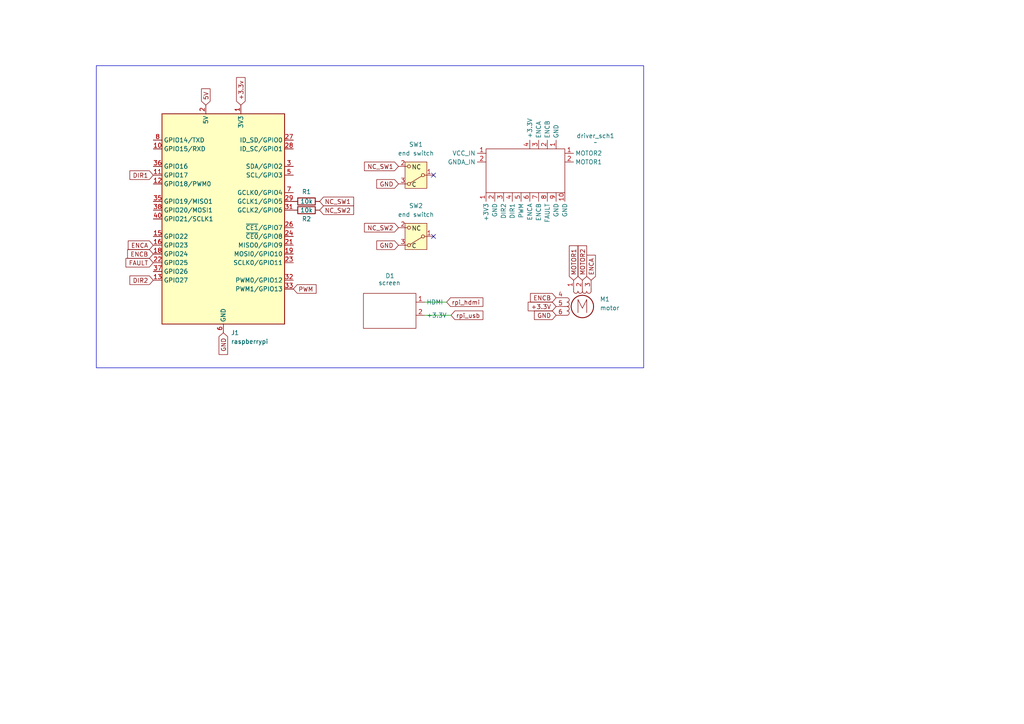
<source format=kicad_sch>
(kicad_sch
	(version 20231120)
	(generator "eeschema")
	(generator_version "8.0")
	(uuid "6e3b3e9a-3b21-44e9-a7c7-f8164ddfa72d")
	(paper "A4")
	(lib_symbols
		(symbol "Connector:Raspberry_Pi_2_3"
			(exclude_from_sim no)
			(in_bom yes)
			(on_board yes)
			(property "Reference" "J"
				(at -17.78 31.75 0)
				(effects
					(font
						(size 1.27 1.27)
					)
					(justify left bottom)
				)
			)
			(property "Value" "Raspberry_Pi_2_3"
				(at 10.16 -31.75 0)
				(effects
					(font
						(size 1.27 1.27)
					)
					(justify left top)
				)
			)
			(property "Footprint" ""
				(at 0 0 0)
				(effects
					(font
						(size 1.27 1.27)
					)
					(hide yes)
				)
			)
			(property "Datasheet" "https://www.raspberrypi.org/documentation/hardware/raspberrypi/schematics/rpi_SCH_3bplus_1p0_reduced.pdf"
				(at 60.96 -44.45 0)
				(effects
					(font
						(size 1.27 1.27)
					)
					(hide yes)
				)
			)
			(property "Description" "expansion header for Raspberry Pi 2 & 3"
				(at 0 0 0)
				(effects
					(font
						(size 1.27 1.27)
					)
					(hide yes)
				)
			)
			(property "ki_keywords" "raspberrypi gpio"
				(at 0 0 0)
				(effects
					(font
						(size 1.27 1.27)
					)
					(hide yes)
				)
			)
			(property "ki_fp_filters" "PinHeader*2x20*P2.54mm*Vertical* PinSocket*2x20*P2.54mm*Vertical*"
				(at 0 0 0)
				(effects
					(font
						(size 1.27 1.27)
					)
					(hide yes)
				)
			)
			(symbol "Raspberry_Pi_2_3_0_1"
				(rectangle
					(start -17.78 30.48)
					(end 17.78 -30.48)
					(stroke
						(width 0.254)
						(type default)
					)
					(fill
						(type background)
					)
				)
			)
			(symbol "Raspberry_Pi_2_3_1_1"
				(pin power_in line
					(at 5.08 33.02 270)
					(length 2.54)
					(name "3V3"
						(effects
							(font
								(size 1.27 1.27)
							)
						)
					)
					(number "1"
						(effects
							(font
								(size 1.27 1.27)
							)
						)
					)
				)
				(pin bidirectional line
					(at -20.32 20.32 0)
					(length 2.54)
					(name "GPIO15/RXD"
						(effects
							(font
								(size 1.27 1.27)
							)
						)
					)
					(number "10"
						(effects
							(font
								(size 1.27 1.27)
							)
						)
					)
				)
				(pin bidirectional line
					(at -20.32 12.7 0)
					(length 2.54)
					(name "GPIO17"
						(effects
							(font
								(size 1.27 1.27)
							)
						)
					)
					(number "11"
						(effects
							(font
								(size 1.27 1.27)
							)
						)
					)
				)
				(pin bidirectional line
					(at -20.32 10.16 0)
					(length 2.54)
					(name "GPIO18/PWM0"
						(effects
							(font
								(size 1.27 1.27)
							)
						)
					)
					(number "12"
						(effects
							(font
								(size 1.27 1.27)
							)
						)
					)
				)
				(pin bidirectional line
					(at -20.32 -17.78 0)
					(length 2.54)
					(name "GPIO27"
						(effects
							(font
								(size 1.27 1.27)
							)
						)
					)
					(number "13"
						(effects
							(font
								(size 1.27 1.27)
							)
						)
					)
				)
				(pin passive line
					(at 0 -33.02 90)
					(length 2.54) hide
					(name "GND"
						(effects
							(font
								(size 1.27 1.27)
							)
						)
					)
					(number "14"
						(effects
							(font
								(size 1.27 1.27)
							)
						)
					)
				)
				(pin bidirectional line
					(at -20.32 -5.08 0)
					(length 2.54)
					(name "GPIO22"
						(effects
							(font
								(size 1.27 1.27)
							)
						)
					)
					(number "15"
						(effects
							(font
								(size 1.27 1.27)
							)
						)
					)
				)
				(pin bidirectional line
					(at -20.32 -7.62 0)
					(length 2.54)
					(name "GPIO23"
						(effects
							(font
								(size 1.27 1.27)
							)
						)
					)
					(number "16"
						(effects
							(font
								(size 1.27 1.27)
							)
						)
					)
				)
				(pin passive line
					(at 5.08 33.02 270)
					(length 2.54) hide
					(name "3V3"
						(effects
							(font
								(size 1.27 1.27)
							)
						)
					)
					(number "17"
						(effects
							(font
								(size 1.27 1.27)
							)
						)
					)
				)
				(pin bidirectional line
					(at -20.32 -10.16 0)
					(length 2.54)
					(name "GPIO24"
						(effects
							(font
								(size 1.27 1.27)
							)
						)
					)
					(number "18"
						(effects
							(font
								(size 1.27 1.27)
							)
						)
					)
				)
				(pin bidirectional line
					(at 20.32 -10.16 180)
					(length 2.54)
					(name "MOSI0/GPIO10"
						(effects
							(font
								(size 1.27 1.27)
							)
						)
					)
					(number "19"
						(effects
							(font
								(size 1.27 1.27)
							)
						)
					)
				)
				(pin power_in line
					(at -5.08 33.02 270)
					(length 2.54)
					(name "5V"
						(effects
							(font
								(size 1.27 1.27)
							)
						)
					)
					(number "2"
						(effects
							(font
								(size 1.27 1.27)
							)
						)
					)
				)
				(pin passive line
					(at 0 -33.02 90)
					(length 2.54) hide
					(name "GND"
						(effects
							(font
								(size 1.27 1.27)
							)
						)
					)
					(number "20"
						(effects
							(font
								(size 1.27 1.27)
							)
						)
					)
				)
				(pin bidirectional line
					(at 20.32 -7.62 180)
					(length 2.54)
					(name "MISO0/GPIO9"
						(effects
							(font
								(size 1.27 1.27)
							)
						)
					)
					(number "21"
						(effects
							(font
								(size 1.27 1.27)
							)
						)
					)
				)
				(pin bidirectional line
					(at -20.32 -12.7 0)
					(length 2.54)
					(name "GPIO25"
						(effects
							(font
								(size 1.27 1.27)
							)
						)
					)
					(number "22"
						(effects
							(font
								(size 1.27 1.27)
							)
						)
					)
				)
				(pin bidirectional line
					(at 20.32 -12.7 180)
					(length 2.54)
					(name "SCLK0/GPIO11"
						(effects
							(font
								(size 1.27 1.27)
							)
						)
					)
					(number "23"
						(effects
							(font
								(size 1.27 1.27)
							)
						)
					)
				)
				(pin bidirectional line
					(at 20.32 -5.08 180)
					(length 2.54)
					(name "~{CE0}/GPIO8"
						(effects
							(font
								(size 1.27 1.27)
							)
						)
					)
					(number "24"
						(effects
							(font
								(size 1.27 1.27)
							)
						)
					)
				)
				(pin passive line
					(at 0 -33.02 90)
					(length 2.54) hide
					(name "GND"
						(effects
							(font
								(size 1.27 1.27)
							)
						)
					)
					(number "25"
						(effects
							(font
								(size 1.27 1.27)
							)
						)
					)
				)
				(pin bidirectional line
					(at 20.32 -2.54 180)
					(length 2.54)
					(name "~{CE1}/GPIO7"
						(effects
							(font
								(size 1.27 1.27)
							)
						)
					)
					(number "26"
						(effects
							(font
								(size 1.27 1.27)
							)
						)
					)
				)
				(pin bidirectional line
					(at 20.32 22.86 180)
					(length 2.54)
					(name "ID_SD/GPIO0"
						(effects
							(font
								(size 1.27 1.27)
							)
						)
					)
					(number "27"
						(effects
							(font
								(size 1.27 1.27)
							)
						)
					)
				)
				(pin bidirectional line
					(at 20.32 20.32 180)
					(length 2.54)
					(name "ID_SC/GPIO1"
						(effects
							(font
								(size 1.27 1.27)
							)
						)
					)
					(number "28"
						(effects
							(font
								(size 1.27 1.27)
							)
						)
					)
				)
				(pin bidirectional line
					(at 20.32 5.08 180)
					(length 2.54)
					(name "GCLK1/GPIO5"
						(effects
							(font
								(size 1.27 1.27)
							)
						)
					)
					(number "29"
						(effects
							(font
								(size 1.27 1.27)
							)
						)
					)
				)
				(pin bidirectional line
					(at 20.32 15.24 180)
					(length 2.54)
					(name "SDA/GPIO2"
						(effects
							(font
								(size 1.27 1.27)
							)
						)
					)
					(number "3"
						(effects
							(font
								(size 1.27 1.27)
							)
						)
					)
				)
				(pin passive line
					(at 0 -33.02 90)
					(length 2.54) hide
					(name "GND"
						(effects
							(font
								(size 1.27 1.27)
							)
						)
					)
					(number "30"
						(effects
							(font
								(size 1.27 1.27)
							)
						)
					)
				)
				(pin bidirectional line
					(at 20.32 2.54 180)
					(length 2.54)
					(name "GCLK2/GPIO6"
						(effects
							(font
								(size 1.27 1.27)
							)
						)
					)
					(number "31"
						(effects
							(font
								(size 1.27 1.27)
							)
						)
					)
				)
				(pin bidirectional line
					(at 20.32 -17.78 180)
					(length 2.54)
					(name "PWM0/GPIO12"
						(effects
							(font
								(size 1.27 1.27)
							)
						)
					)
					(number "32"
						(effects
							(font
								(size 1.27 1.27)
							)
						)
					)
				)
				(pin bidirectional line
					(at 20.32 -20.32 180)
					(length 2.54)
					(name "PWM1/GPIO13"
						(effects
							(font
								(size 1.27 1.27)
							)
						)
					)
					(number "33"
						(effects
							(font
								(size 1.27 1.27)
							)
						)
					)
				)
				(pin passive line
					(at 0 -33.02 90)
					(length 2.54) hide
					(name "GND"
						(effects
							(font
								(size 1.27 1.27)
							)
						)
					)
					(number "34"
						(effects
							(font
								(size 1.27 1.27)
							)
						)
					)
				)
				(pin bidirectional line
					(at -20.32 5.08 0)
					(length 2.54)
					(name "GPIO19/MISO1"
						(effects
							(font
								(size 1.27 1.27)
							)
						)
					)
					(number "35"
						(effects
							(font
								(size 1.27 1.27)
							)
						)
					)
				)
				(pin bidirectional line
					(at -20.32 15.24 0)
					(length 2.54)
					(name "GPIO16"
						(effects
							(font
								(size 1.27 1.27)
							)
						)
					)
					(number "36"
						(effects
							(font
								(size 1.27 1.27)
							)
						)
					)
				)
				(pin bidirectional line
					(at -20.32 -15.24 0)
					(length 2.54)
					(name "GPIO26"
						(effects
							(font
								(size 1.27 1.27)
							)
						)
					)
					(number "37"
						(effects
							(font
								(size 1.27 1.27)
							)
						)
					)
				)
				(pin bidirectional line
					(at -20.32 2.54 0)
					(length 2.54)
					(name "GPIO20/MOSI1"
						(effects
							(font
								(size 1.27 1.27)
							)
						)
					)
					(number "38"
						(effects
							(font
								(size 1.27 1.27)
							)
						)
					)
				)
				(pin passive line
					(at 0 -33.02 90)
					(length 2.54) hide
					(name "GND"
						(effects
							(font
								(size 1.27 1.27)
							)
						)
					)
					(number "39"
						(effects
							(font
								(size 1.27 1.27)
							)
						)
					)
				)
				(pin passive line
					(at -5.08 33.02 270)
					(length 2.54) hide
					(name "5V"
						(effects
							(font
								(size 1.27 1.27)
							)
						)
					)
					(number "4"
						(effects
							(font
								(size 1.27 1.27)
							)
						)
					)
				)
				(pin bidirectional line
					(at -20.32 0 0)
					(length 2.54)
					(name "GPIO21/SCLK1"
						(effects
							(font
								(size 1.27 1.27)
							)
						)
					)
					(number "40"
						(effects
							(font
								(size 1.27 1.27)
							)
						)
					)
				)
				(pin bidirectional line
					(at 20.32 12.7 180)
					(length 2.54)
					(name "SCL/GPIO3"
						(effects
							(font
								(size 1.27 1.27)
							)
						)
					)
					(number "5"
						(effects
							(font
								(size 1.27 1.27)
							)
						)
					)
				)
				(pin power_in line
					(at 0 -33.02 90)
					(length 2.54)
					(name "GND"
						(effects
							(font
								(size 1.27 1.27)
							)
						)
					)
					(number "6"
						(effects
							(font
								(size 1.27 1.27)
							)
						)
					)
				)
				(pin bidirectional line
					(at 20.32 7.62 180)
					(length 2.54)
					(name "GCLK0/GPIO4"
						(effects
							(font
								(size 1.27 1.27)
							)
						)
					)
					(number "7"
						(effects
							(font
								(size 1.27 1.27)
							)
						)
					)
				)
				(pin bidirectional line
					(at -20.32 22.86 0)
					(length 2.54)
					(name "GPIO14/TXD"
						(effects
							(font
								(size 1.27 1.27)
							)
						)
					)
					(number "8"
						(effects
							(font
								(size 1.27 1.27)
							)
						)
					)
				)
				(pin passive line
					(at 0 -33.02 90)
					(length 2.54) hide
					(name "GND"
						(effects
							(font
								(size 1.27 1.27)
							)
						)
					)
					(number "9"
						(effects
							(font
								(size 1.27 1.27)
							)
						)
					)
				)
			)
		)
		(symbol "Device:R"
			(pin_numbers hide)
			(pin_names
				(offset 0)
			)
			(exclude_from_sim no)
			(in_bom yes)
			(on_board yes)
			(property "Reference" "R"
				(at 2.032 0 90)
				(effects
					(font
						(size 1.27 1.27)
					)
				)
			)
			(property "Value" "R"
				(at 0 0 90)
				(effects
					(font
						(size 1.27 1.27)
					)
				)
			)
			(property "Footprint" ""
				(at -1.778 0 90)
				(effects
					(font
						(size 1.27 1.27)
					)
					(hide yes)
				)
			)
			(property "Datasheet" "~"
				(at 0 0 0)
				(effects
					(font
						(size 1.27 1.27)
					)
					(hide yes)
				)
			)
			(property "Description" "Resistor"
				(at 0 0 0)
				(effects
					(font
						(size 1.27 1.27)
					)
					(hide yes)
				)
			)
			(property "ki_keywords" "R res resistor"
				(at 0 0 0)
				(effects
					(font
						(size 1.27 1.27)
					)
					(hide yes)
				)
			)
			(property "ki_fp_filters" "R_*"
				(at 0 0 0)
				(effects
					(font
						(size 1.27 1.27)
					)
					(hide yes)
				)
			)
			(symbol "R_0_1"
				(rectangle
					(start -1.016 -2.54)
					(end 1.016 2.54)
					(stroke
						(width 0.254)
						(type default)
					)
					(fill
						(type none)
					)
				)
			)
			(symbol "R_1_1"
				(pin passive line
					(at 0 3.81 270)
					(length 1.27)
					(name "~"
						(effects
							(font
								(size 1.27 1.27)
							)
						)
					)
					(number "1"
						(effects
							(font
								(size 1.27 1.27)
							)
						)
					)
				)
				(pin passive line
					(at 0 -3.81 90)
					(length 1.27)
					(name "~"
						(effects
							(font
								(size 1.27 1.27)
							)
						)
					)
					(number "2"
						(effects
							(font
								(size 1.27 1.27)
							)
						)
					)
				)
			)
		)
		(symbol "Motor:Stepper_Motor_unipolar_6pin"
			(pin_names
				(offset 0) hide)
			(exclude_from_sim no)
			(in_bom yes)
			(on_board yes)
			(property "Reference" "M"
				(at 3.81 2.54 0)
				(effects
					(font
						(size 1.27 1.27)
					)
					(justify left)
				)
			)
			(property "Value" "Stepper_Motor_unipolar_6pin"
				(at 3.81 1.27 0)
				(effects
					(font
						(size 1.27 1.27)
					)
					(justify left top)
				)
			)
			(property "Footprint" ""
				(at 0.254 -0.254 0)
				(effects
					(font
						(size 1.27 1.27)
					)
					(hide yes)
				)
			)
			(property "Datasheet" "http://www.infineon.com/dgdl/Application-Note-TLE8110EE_driving_UniPolarStepperMotor_V1.1.pdf?fileId=db3a30431be39b97011be5d0aa0a00b0"
				(at 0.254 -0.254 0)
				(effects
					(font
						(size 1.27 1.27)
					)
					(hide yes)
				)
			)
			(property "Description" "6-wire unipolar stepper motor"
				(at 0 0 0)
				(effects
					(font
						(size 1.27 1.27)
					)
					(hide yes)
				)
			)
			(property "ki_keywords" "unipolar stepper motor"
				(at 0 0 0)
				(effects
					(font
						(size 1.27 1.27)
					)
					(hide yes)
				)
			)
			(property "ki_fp_filters" "PinHeader*P2.54mm* TerminalBlock*"
				(at 0 0 0)
				(effects
					(font
						(size 1.27 1.27)
					)
					(hide yes)
				)
			)
			(symbol "Stepper_Motor_unipolar_6pin_0_0"
				(polyline
					(pts
						(xy -1.27 -1.778) (xy -1.27 2.032) (xy 0 -0.508) (xy 1.27 2.032) (xy 1.27 -1.778)
					)
					(stroke
						(width 0)
						(type default)
					)
					(fill
						(type none)
					)
				)
			)
			(symbol "Stepper_Motor_unipolar_6pin_0_1"
				(arc
					(start -4.445 -2.54)
					(mid -3.8127 -1.905)
					(end -4.445 -1.27)
					(stroke
						(width 0)
						(type default)
					)
					(fill
						(type none)
					)
				)
				(arc
					(start -4.445 -1.27)
					(mid -3.8127 -0.635)
					(end -4.445 0)
					(stroke
						(width 0)
						(type default)
					)
					(fill
						(type none)
					)
				)
				(arc
					(start -4.445 0)
					(mid -3.8127 0.635)
					(end -4.445 1.27)
					(stroke
						(width 0)
						(type default)
					)
					(fill
						(type none)
					)
				)
				(arc
					(start -4.445 1.27)
					(mid -3.8127 1.905)
					(end -4.445 2.54)
					(stroke
						(width 0)
						(type default)
					)
					(fill
						(type none)
					)
				)
				(arc
					(start -2.54 4.445)
					(mid -1.905 3.8127)
					(end -1.27 4.445)
					(stroke
						(width 0)
						(type default)
					)
					(fill
						(type none)
					)
				)
				(arc
					(start -1.27 4.445)
					(mid -0.635 3.8127)
					(end 0 4.445)
					(stroke
						(width 0)
						(type default)
					)
					(fill
						(type none)
					)
				)
				(polyline
					(pts
						(xy -5.08 -2.54) (xy -4.445 -2.54)
					)
					(stroke
						(width 0)
						(type default)
					)
					(fill
						(type none)
					)
				)
				(polyline
					(pts
						(xy -5.08 2.54) (xy -4.445 2.54)
					)
					(stroke
						(width 0)
						(type default)
					)
					(fill
						(type none)
					)
				)
				(polyline
					(pts
						(xy -4.445 0) (xy -5.08 0)
					)
					(stroke
						(width 0)
						(type default)
					)
					(fill
						(type none)
					)
				)
				(polyline
					(pts
						(xy -2.54 4.445) (xy -2.54 5.08)
					)
					(stroke
						(width 0)
						(type default)
					)
					(fill
						(type none)
					)
				)
				(polyline
					(pts
						(xy 0 4.445) (xy 0 5.08)
					)
					(stroke
						(width 0)
						(type default)
					)
					(fill
						(type none)
					)
				)
				(polyline
					(pts
						(xy 2.54 4.445) (xy 2.54 5.08)
					)
					(stroke
						(width 0)
						(type default)
					)
					(fill
						(type none)
					)
				)
				(circle
					(center 0 0)
					(radius 3.2512)
					(stroke
						(width 0.254)
						(type default)
					)
					(fill
						(type none)
					)
				)
				(arc
					(start 0 4.445)
					(mid 0.635 3.8127)
					(end 1.27 4.445)
					(stroke
						(width 0)
						(type default)
					)
					(fill
						(type none)
					)
				)
				(arc
					(start 1.27 4.445)
					(mid 1.905 3.8127)
					(end 2.54 4.445)
					(stroke
						(width 0)
						(type default)
					)
					(fill
						(type none)
					)
				)
			)
			(symbol "Stepper_Motor_unipolar_6pin_1_1"
				(pin passive line
					(at -2.54 7.62 270)
					(length 2.54)
					(name "~"
						(effects
							(font
								(size 1.27 1.27)
							)
						)
					)
					(number "1"
						(effects
							(font
								(size 1.27 1.27)
							)
						)
					)
				)
				(pin passive line
					(at 0 7.62 270)
					(length 2.54)
					(name "~"
						(effects
							(font
								(size 1.27 1.27)
							)
						)
					)
					(number "2"
						(effects
							(font
								(size 1.27 1.27)
							)
						)
					)
				)
				(pin passive line
					(at 2.54 7.62 270)
					(length 2.54)
					(name "-"
						(effects
							(font
								(size 1.27 1.27)
							)
						)
					)
					(number "3"
						(effects
							(font
								(size 1.27 1.27)
							)
						)
					)
				)
				(pin passive line
					(at -7.62 2.54 0)
					(length 2.54)
					(name "~"
						(effects
							(font
								(size 1.27 1.27)
							)
						)
					)
					(number "4"
						(effects
							(font
								(size 1.27 1.27)
							)
						)
					)
				)
				(pin passive line
					(at -7.62 0 0)
					(length 2.54)
					(name "~"
						(effects
							(font
								(size 1.27 1.27)
							)
						)
					)
					(number "5"
						(effects
							(font
								(size 1.27 1.27)
							)
						)
					)
				)
				(pin passive line
					(at -7.62 -2.54 0)
					(length 2.54)
					(name "~"
						(effects
							(font
								(size 1.27 1.27)
							)
						)
					)
					(number "6"
						(effects
							(font
								(size 1.27 1.27)
							)
						)
					)
				)
			)
		)
		(symbol "New_Library:driver_sch"
			(exclude_from_sim no)
			(in_bom yes)
			(on_board yes)
			(property "Reference" "driver_sch"
				(at 0 0 0)
				(effects
					(font
						(size 1.27 1.27)
					)
				)
			)
			(property "Value" ""
				(at 0 0 0)
				(effects
					(font
						(size 1.27 1.27)
					)
				)
			)
			(property "Footprint" ""
				(at 0 0 0)
				(effects
					(font
						(size 1.27 1.27)
					)
					(hide yes)
				)
			)
			(property "Datasheet" ""
				(at 0 0 0)
				(effects
					(font
						(size 1.27 1.27)
					)
					(hide yes)
				)
			)
			(property "Description" ""
				(at 0 0 0)
				(effects
					(font
						(size 1.27 1.27)
					)
					(hide yes)
				)
			)
			(symbol "driver_sch_0_1"
				(rectangle
					(start -6.35 -3.81)
					(end 16.51 -16.51)
					(stroke
						(width 0)
						(type default)
					)
					(fill
						(type none)
					)
				)
			)
			(symbol "driver_sch_1_1"
				(pin input line
					(at -6.35 -16.51 270)
					(length 2.54)
					(name "+3V3"
						(effects
							(font
								(size 1.27 1.27)
							)
						)
					)
					(number "1"
						(effects
							(font
								(size 1.27 1.27)
							)
						)
					)
				)
				(pin input line
					(at 13.97 -3.81 90)
					(length 2.54)
					(name "GND"
						(effects
							(font
								(size 1.27 1.27)
							)
						)
					)
					(number "1"
						(effects
							(font
								(size 1.27 1.27)
							)
						)
					)
				)
				(pin input line
					(at 16.51 -5.08 0)
					(length 2.54)
					(name "MOTOR2"
						(effects
							(font
								(size 1.27 1.27)
							)
						)
					)
					(number "1"
						(effects
							(font
								(size 1.27 1.27)
							)
						)
					)
				)
				(pin input line
					(at -6.35 -5.08 180)
					(length 2.54)
					(name "VCC_IN"
						(effects
							(font
								(size 1.27 1.27)
							)
						)
					)
					(number "1"
						(effects
							(font
								(size 1.27 1.27)
							)
						)
					)
				)
				(pin input line
					(at 16.51 -16.51 270)
					(length 2.54)
					(name "GND"
						(effects
							(font
								(size 1.27 1.27)
							)
						)
					)
					(number "10"
						(effects
							(font
								(size 1.27 1.27)
							)
						)
					)
				)
				(pin input line
					(at 11.43 -3.81 90)
					(length 2.54)
					(name "ENCB"
						(effects
							(font
								(size 1.27 1.27)
							)
						)
					)
					(number "2"
						(effects
							(font
								(size 1.27 1.27)
							)
						)
					)
				)
				(pin input line
					(at -3.81 -16.51 270)
					(length 2.54)
					(name "GND"
						(effects
							(font
								(size 1.27 1.27)
							)
						)
					)
					(number "2"
						(effects
							(font
								(size 1.27 1.27)
							)
						)
					)
				)
				(pin input line
					(at -6.35 -7.62 180)
					(length 2.54)
					(name "GNDA_IN"
						(effects
							(font
								(size 1.27 1.27)
							)
						)
					)
					(number "2"
						(effects
							(font
								(size 1.27 1.27)
							)
						)
					)
				)
				(pin input line
					(at 16.51 -7.62 0)
					(length 2.54)
					(name "MOTOR1"
						(effects
							(font
								(size 1.27 1.27)
							)
						)
					)
					(number "2"
						(effects
							(font
								(size 1.27 1.27)
							)
						)
					)
				)
				(pin input line
					(at -1.27 -16.51 270)
					(length 2.54)
					(name "DIR2"
						(effects
							(font
								(size 1.27 1.27)
							)
						)
					)
					(number "3"
						(effects
							(font
								(size 1.27 1.27)
							)
						)
					)
				)
				(pin input line
					(at 8.89 -3.81 90)
					(length 2.54)
					(name "ENCA"
						(effects
							(font
								(size 1.27 1.27)
							)
						)
					)
					(number "3"
						(effects
							(font
								(size 1.27 1.27)
							)
						)
					)
				)
				(pin input line
					(at 6.35 -3.81 90)
					(length 2.54)
					(name "+3.3V"
						(effects
							(font
								(size 1.27 1.27)
							)
						)
					)
					(number "4"
						(effects
							(font
								(size 1.27 1.27)
							)
						)
					)
				)
				(pin input line
					(at 1.27 -16.51 270)
					(length 2.54)
					(name "DIR1"
						(effects
							(font
								(size 1.27 1.27)
							)
						)
					)
					(number "4"
						(effects
							(font
								(size 1.27 1.27)
							)
						)
					)
				)
				(pin input line
					(at 3.81 -16.51 270)
					(length 2.54)
					(name "PWM"
						(effects
							(font
								(size 1.27 1.27)
							)
						)
					)
					(number "5"
						(effects
							(font
								(size 1.27 1.27)
							)
						)
					)
				)
				(pin input line
					(at 6.35 -16.51 270)
					(length 2.54)
					(name "ENCA"
						(effects
							(font
								(size 1.27 1.27)
							)
						)
					)
					(number "6"
						(effects
							(font
								(size 1.27 1.27)
							)
						)
					)
				)
				(pin input line
					(at 8.89 -16.51 270)
					(length 2.54)
					(name "ENCB"
						(effects
							(font
								(size 1.27 1.27)
							)
						)
					)
					(number "7"
						(effects
							(font
								(size 1.27 1.27)
							)
						)
					)
				)
				(pin input line
					(at 11.43 -16.51 270)
					(length 2.54)
					(name "FAULT"
						(effects
							(font
								(size 1.27 1.27)
							)
						)
					)
					(number "8"
						(effects
							(font
								(size 1.27 1.27)
							)
						)
					)
				)
				(pin input line
					(at 13.97 -16.51 270)
					(length 2.54)
					(name "GND"
						(effects
							(font
								(size 1.27 1.27)
							)
						)
					)
					(number "9"
						(effects
							(font
								(size 1.27 1.27)
							)
						)
					)
				)
			)
		)
		(symbol "New_Library:lcd_screen"
			(exclude_from_sim no)
			(in_bom yes)
			(on_board yes)
			(property "Reference" "D"
				(at 0 0 0)
				(effects
					(font
						(size 1.27 1.27)
					)
				)
			)
			(property "Value" ""
				(at 0 0 0)
				(effects
					(font
						(size 1.27 1.27)
					)
				)
			)
			(property "Footprint" ""
				(at 0 0 0)
				(effects
					(font
						(size 1.27 1.27)
					)
					(hide yes)
				)
			)
			(property "Datasheet" ""
				(at 0 0 0)
				(effects
					(font
						(size 1.27 1.27)
					)
					(hide yes)
				)
			)
			(property "Description" ""
				(at 0 0 0)
				(effects
					(font
						(size 1.27 1.27)
					)
					(hide yes)
				)
			)
			(symbol "lcd_screen_0_1"
				(rectangle
					(start 7.62 -12.7)
					(end -7.62 -2.54)
					(stroke
						(width 0)
						(type default)
					)
					(fill
						(type none)
					)
				)
			)
			(symbol "lcd_screen_1_1"
				(pin input line
					(at 7.62 -5.08 0)
					(length 2.54)
					(name "HDMI"
						(effects
							(font
								(size 1.27 1.27)
							)
						)
					)
					(number "1"
						(effects
							(font
								(size 1.27 1.27)
							)
						)
					)
				)
				(pin input line
					(at 7.62 -8.89 0)
					(length 2.54)
					(name "+3.3V"
						(effects
							(font
								(size 1.27 1.27)
							)
						)
					)
					(number "2"
						(effects
							(font
								(size 1.27 1.27)
							)
						)
					)
				)
			)
		)
		(symbol "Switch:SW_Wuerth_450301014042"
			(pin_names
				(offset 1) hide)
			(exclude_from_sim no)
			(in_bom yes)
			(on_board yes)
			(property "Reference" "SW"
				(at 0 5.08 0)
				(effects
					(font
						(size 1.27 1.27)
					)
				)
			)
			(property "Value" "SW_Wuerth_450301014042"
				(at 0 -5.08 0)
				(effects
					(font
						(size 1.27 1.27)
					)
				)
			)
			(property "Footprint" "Button_Switch_THT:SW_Slide-03_Wuerth-WS-SLTV_10x2.5x6.4_P2.54mm"
				(at 0 -10.16 0)
				(effects
					(font
						(size 1.27 1.27)
					)
					(hide yes)
				)
			)
			(property "Datasheet" "https://www.we-online.com/components/products/datasheet/450301014042.pdf"
				(at 0 -7.62 0)
				(effects
					(font
						(size 1.27 1.27)
					)
					(hide yes)
				)
			)
			(property "Description" "Switch slide, single pole double throw"
				(at 0 0 0)
				(effects
					(font
						(size 1.27 1.27)
					)
					(hide yes)
				)
			)
			(property "ki_keywords" "changeover single-pole opposite-side-connection double-throw spdt ON-ON"
				(at 0 0 0)
				(effects
					(font
						(size 1.27 1.27)
					)
					(hide yes)
				)
			)
			(property "ki_fp_filters" "SW*Wuerth*WS*SLTV*10x2.5x6.4*P2.54mm*"
				(at 0 0 0)
				(effects
					(font
						(size 1.27 1.27)
					)
					(hide yes)
				)
			)
			(symbol "SW_Wuerth_450301014042_0_1"
				(circle
					(center -2.032 0)
					(radius 0.4572)
					(stroke
						(width 0)
						(type default)
					)
					(fill
						(type none)
					)
				)
				(polyline
					(pts
						(xy -1.651 0.254) (xy 1.651 2.286)
					)
					(stroke
						(width 0)
						(type default)
					)
					(fill
						(type none)
					)
				)
				(circle
					(center 2.032 -2.54)
					(radius 0.4572)
					(stroke
						(width 0)
						(type default)
					)
					(fill
						(type none)
					)
				)
				(circle
					(center 2.032 2.54)
					(radius 0.4572)
					(stroke
						(width 0)
						(type default)
					)
					(fill
						(type none)
					)
				)
			)
			(symbol "SW_Wuerth_450301014042_1_1"
				(rectangle
					(start -3.175 3.81)
					(end 3.175 -3.81)
					(stroke
						(width 0)
						(type default)
					)
					(fill
						(type background)
					)
				)
				(pin passive line
					(at -5.08 0 0)
					(length 2.54)
					(name "B"
						(effects
							(font
								(size 1.27 1.27)
							)
						)
					)
					(number "1"
						(effects
							(font
								(size 1.27 1.27)
							)
						)
					)
				)
				(pin passive line
					(at 5.08 -2.54 180)
					(length 2.54)
					(name "C"
						(effects
							(font
								(size 1.27 1.27)
							)
						)
					)
					(number "2"
						(effects
							(font
								(size 1.27 1.27)
							)
						)
					)
				)
				(pin passive line
					(at 5.08 2.54 180)
					(length 2.54)
					(name "A"
						(effects
							(font
								(size 1.27 1.27)
							)
						)
					)
					(number "3"
						(effects
							(font
								(size 1.27 1.27)
							)
						)
					)
				)
			)
		)
	)
	(no_connect
		(at 125.73 50.8)
		(uuid "c76abf03-8da9-48ac-8509-34e3086cfeaa")
	)
	(no_connect
		(at 125.73 68.58)
		(uuid "e185f6fc-17a1-445e-82d4-049fb693587e")
	)
	(wire
		(pts
			(xy 123.19 91.44) (xy 130.81 91.44)
		)
		(stroke
			(width 0)
			(type default)
		)
		(uuid "a16b013e-65ed-4f43-be68-e3b48c75fd9c")
	)
	(wire
		(pts
			(xy 123.19 87.63) (xy 129.54 87.63)
		)
		(stroke
			(width 0)
			(type default)
		)
		(uuid "bc645a86-56b0-4a44-aed6-ebb239677f65")
	)
	(rectangle
		(start 27.94 19.05)
		(end 186.69 106.68)
		(stroke
			(width 0)
			(type default)
		)
		(fill
			(type none)
		)
		(uuid a15ef118-e9ac-4098-8dad-21302e8338f1)
	)
	(label "C"
		(at 119.38 54.61 0)
		(fields_autoplaced yes)
		(effects
			(font
				(size 1.27 1.27)
			)
			(justify left bottom)
		)
		(uuid "16ac4e16-7dde-446f-a1b6-3cdeda1f5ba9")
	)
	(label "NC"
		(at 119.38 67.31 0)
		(fields_autoplaced yes)
		(effects
			(font
				(size 1.27 1.27)
			)
			(justify left bottom)
		)
		(uuid "757101bf-593d-429a-bb16-9bf15dcd4ca1")
	)
	(label "NC"
		(at 119.38 49.53 0)
		(fields_autoplaced yes)
		(effects
			(font
				(size 1.27 1.27)
			)
			(justify left bottom)
		)
		(uuid "d38486fd-07fb-4985-9570-81c10dcde3ed")
	)
	(label "C"
		(at 119.38 72.39 0)
		(fields_autoplaced yes)
		(effects
			(font
				(size 1.27 1.27)
			)
			(justify left bottom)
		)
		(uuid "e5d39b44-91b7-4967-ba89-c5ad9061b32b")
	)
	(global_label "ENCB"
		(shape input)
		(at 161.29 86.36 180)
		(fields_autoplaced yes)
		(effects
			(font
				(size 1.27 1.27)
			)
			(justify right)
		)
		(uuid "03362c3b-2e79-48da-8ab3-9f462c94021e")
		(property "Intersheetrefs" "${INTERSHEET_REFS}"
			(at 153.2853 86.36 0)
			(effects
				(font
					(size 1.27 1.27)
				)
				(justify right)
				(hide yes)
			)
		)
	)
	(global_label "NC_SW1"
		(shape input)
		(at 115.57 48.26 180)
		(fields_autoplaced yes)
		(effects
			(font
				(size 1.27 1.27)
			)
			(justify right)
		)
		(uuid "0974d237-7bc2-498d-aa92-f696d213e60d")
		(property "Intersheetrefs" "${INTERSHEET_REFS}"
			(at 105.1463 48.26 0)
			(effects
				(font
					(size 1.27 1.27)
				)
				(justify right)
				(hide yes)
			)
		)
	)
	(global_label "ENCB"
		(shape input)
		(at 44.45 73.66 180)
		(fields_autoplaced yes)
		(effects
			(font
				(size 1.27 1.27)
			)
			(justify right)
		)
		(uuid "0d0af2af-d255-4f9c-bbc5-9bbf42ad8903")
		(property "Intersheetrefs" "${INTERSHEET_REFS}"
			(at 36.4453 73.66 0)
			(effects
				(font
					(size 1.27 1.27)
				)
				(justify right)
				(hide yes)
			)
		)
	)
	(global_label "+3.3V"
		(shape input)
		(at 161.29 88.9 180)
		(fields_autoplaced yes)
		(effects
			(font
				(size 1.27 1.27)
			)
			(justify right)
		)
		(uuid "1f8998c4-f10d-48e3-b9fd-a70d7938246a")
		(property "Intersheetrefs" "${INTERSHEET_REFS}"
			(at 152.62 88.9 0)
			(effects
				(font
					(size 1.27 1.27)
				)
				(justify right)
				(hide yes)
			)
		)
	)
	(global_label "NC_SW1"
		(shape input)
		(at 92.71 58.42 0)
		(fields_autoplaced yes)
		(effects
			(font
				(size 1.27 1.27)
			)
			(justify left)
		)
		(uuid "276e11ef-83d1-4fea-ab01-650e00af3d01")
		(property "Intersheetrefs" "${INTERSHEET_REFS}"
			(at 103.1337 58.42 0)
			(effects
				(font
					(size 1.27 1.27)
				)
				(justify left)
				(hide yes)
			)
		)
	)
	(global_label "GND"
		(shape input)
		(at 115.57 71.12 180)
		(fields_autoplaced yes)
		(effects
			(font
				(size 1.27 1.27)
			)
			(justify right)
		)
		(uuid "2b9f1bce-317f-4f21-b3c5-11ee7cd10877")
		(property "Intersheetrefs" "${INTERSHEET_REFS}"
			(at 108.7143 71.12 0)
			(effects
				(font
					(size 1.27 1.27)
				)
				(justify right)
				(hide yes)
			)
		)
	)
	(global_label "DIR1"
		(shape input)
		(at 44.45 50.8 180)
		(fields_autoplaced yes)
		(effects
			(font
				(size 1.27 1.27)
			)
			(justify right)
		)
		(uuid "31c6b8ef-1be2-4dcb-9608-feb363c9f9ad")
		(property "Intersheetrefs" "${INTERSHEET_REFS}"
			(at 37.1105 50.8 0)
			(effects
				(font
					(size 1.27 1.27)
				)
				(justify right)
				(hide yes)
			)
		)
	)
	(global_label "NC_SW2"
		(shape input)
		(at 115.57 66.04 180)
		(fields_autoplaced yes)
		(effects
			(font
				(size 1.27 1.27)
			)
			(justify right)
		)
		(uuid "595d615e-494b-49af-9d0e-d33db95e4002")
		(property "Intersheetrefs" "${INTERSHEET_REFS}"
			(at 105.1463 66.04 0)
			(effects
				(font
					(size 1.27 1.27)
				)
				(justify right)
				(hide yes)
			)
		)
	)
	(global_label "5V"
		(shape input)
		(at 59.69 30.48 90)
		(fields_autoplaced yes)
		(effects
			(font
				(size 1.27 1.27)
			)
			(justify left)
		)
		(uuid "5e944777-c326-4607-9962-2f14486b5f12")
		(property "Intersheetrefs" "${INTERSHEET_REFS}"
			(at 59.69 25.1967 90)
			(effects
				(font
					(size 1.27 1.27)
				)
				(justify left)
				(hide yes)
			)
		)
	)
	(global_label "rpi_usb"
		(shape input)
		(at 130.81 91.44 0)
		(fields_autoplaced yes)
		(effects
			(font
				(size 1.27 1.27)
			)
			(justify left)
		)
		(uuid "69040ade-d599-4c28-8925-6e6cc92d9b66")
		(property "Intersheetrefs" "${INTERSHEET_REFS}"
			(at 140.6289 91.44 0)
			(effects
				(font
					(size 1.27 1.27)
				)
				(justify left)
				(hide yes)
			)
		)
	)
	(global_label "GND"
		(shape input)
		(at 161.29 91.44 180)
		(fields_autoplaced yes)
		(effects
			(font
				(size 1.27 1.27)
			)
			(justify right)
		)
		(uuid "787848a4-e649-499a-a8e2-0f36405cd8ab")
		(property "Intersheetrefs" "${INTERSHEET_REFS}"
			(at 154.4343 91.44 0)
			(effects
				(font
					(size 1.27 1.27)
				)
				(justify right)
				(hide yes)
			)
		)
	)
	(global_label "+3.3v"
		(shape input)
		(at 69.85 30.48 90)
		(fields_autoplaced yes)
		(effects
			(font
				(size 1.27 1.27)
			)
			(justify left)
		)
		(uuid "793cccb1-f4e2-4df9-ba2a-f4616026d584")
		(property "Intersheetrefs" "${INTERSHEET_REFS}"
			(at 69.85 21.931 90)
			(effects
				(font
					(size 1.27 1.27)
				)
				(justify left)
				(hide yes)
			)
		)
	)
	(global_label "DIR2"
		(shape input)
		(at 44.45 81.28 180)
		(fields_autoplaced yes)
		(effects
			(font
				(size 1.27 1.27)
			)
			(justify right)
		)
		(uuid "89150b28-76bf-4945-9c7a-a71443745d50")
		(property "Intersheetrefs" "${INTERSHEET_REFS}"
			(at 37.1105 81.28 0)
			(effects
				(font
					(size 1.27 1.27)
				)
				(justify right)
				(hide yes)
			)
		)
	)
	(global_label "rpi_hdmi"
		(shape input)
		(at 129.54 87.63 0)
		(fields_autoplaced yes)
		(effects
			(font
				(size 1.27 1.27)
			)
			(justify left)
		)
		(uuid "9197971a-f027-46c8-910b-efe66f388f21")
		(property "Intersheetrefs" "${INTERSHEET_REFS}"
			(at 140.6289 87.63 0)
			(effects
				(font
					(size 1.27 1.27)
				)
				(justify left)
				(hide yes)
			)
		)
	)
	(global_label "GND"
		(shape input)
		(at 115.57 53.34 180)
		(fields_autoplaced yes)
		(effects
			(font
				(size 1.27 1.27)
			)
			(justify right)
		)
		(uuid "9e2b871b-051a-4bbe-846e-b2388b178768")
		(property "Intersheetrefs" "${INTERSHEET_REFS}"
			(at 108.7143 53.34 0)
			(effects
				(font
					(size 1.27 1.27)
				)
				(justify right)
				(hide yes)
			)
		)
	)
	(global_label "GND"
		(shape input)
		(at 64.77 96.52 270)
		(fields_autoplaced yes)
		(effects
			(font
				(size 1.27 1.27)
			)
			(justify right)
		)
		(uuid "a78eeb57-5202-45e0-b840-3c9156941158")
		(property "Intersheetrefs" "${INTERSHEET_REFS}"
			(at 64.77 103.3757 90)
			(effects
				(font
					(size 1.27 1.27)
				)
				(justify right)
				(hide yes)
			)
		)
	)
	(global_label "NC_SW2"
		(shape input)
		(at 92.71 60.96 0)
		(fields_autoplaced yes)
		(effects
			(font
				(size 1.27 1.27)
			)
			(justify left)
		)
		(uuid "b6fce04b-d464-404c-8138-ea9334f007bd")
		(property "Intersheetrefs" "${INTERSHEET_REFS}"
			(at 103.1337 60.96 0)
			(effects
				(font
					(size 1.27 1.27)
				)
				(justify left)
				(hide yes)
			)
		)
	)
	(global_label "ENCA"
		(shape input)
		(at 171.45 81.28 90)
		(fields_autoplaced yes)
		(effects
			(font
				(size 1.27 1.27)
			)
			(justify left)
		)
		(uuid "bcf00019-860e-4462-84c1-dcf6b286473e")
		(property "Intersheetrefs" "${INTERSHEET_REFS}"
			(at 171.45 73.4567 90)
			(effects
				(font
					(size 1.27 1.27)
				)
				(justify left)
				(hide yes)
			)
		)
	)
	(global_label "MOTOR1"
		(shape input)
		(at 166.37 81.28 90)
		(fields_autoplaced yes)
		(effects
			(font
				(size 1.27 1.27)
			)
			(justify left)
		)
		(uuid "c93f1efb-aaae-4bc1-9bf5-8a3ccd81eb7b")
		(property "Intersheetrefs" "${INTERSHEET_REFS}"
			(at 166.37 70.7353 90)
			(effects
				(font
					(size 1.27 1.27)
				)
				(justify left)
				(hide yes)
			)
		)
	)
	(global_label "FAULT"
		(shape input)
		(at 44.45 76.2 180)
		(fields_autoplaced yes)
		(effects
			(font
				(size 1.27 1.27)
			)
			(justify right)
		)
		(uuid "fbe27b02-563e-482e-9f80-4ae89823d74c")
		(property "Intersheetrefs" "${INTERSHEET_REFS}"
			(at 35.9614 76.2 0)
			(effects
				(font
					(size 1.27 1.27)
				)
				(justify right)
				(hide yes)
			)
		)
	)
	(global_label "ENCA"
		(shape input)
		(at 44.45 71.12 180)
		(fields_autoplaced yes)
		(effects
			(font
				(size 1.27 1.27)
			)
			(justify right)
		)
		(uuid "fdc5658b-914d-46d3-8eac-9b2223bcb991")
		(property "Intersheetrefs" "${INTERSHEET_REFS}"
			(at 36.6267 71.12 0)
			(effects
				(font
					(size 1.27 1.27)
				)
				(justify right)
				(hide yes)
			)
		)
	)
	(global_label "PWM"
		(shape input)
		(at 85.09 83.82 0)
		(fields_autoplaced yes)
		(effects
			(font
				(size 1.27 1.27)
			)
			(justify left)
		)
		(uuid "fe75036e-7fc8-4e67-80de-2a7047781b1e")
		(property "Intersheetrefs" "${INTERSHEET_REFS}"
			(at 92.248 83.82 0)
			(effects
				(font
					(size 1.27 1.27)
				)
				(justify left)
				(hide yes)
			)
		)
	)
	(global_label "MOTOR2"
		(shape input)
		(at 168.91 81.28 90)
		(fields_autoplaced yes)
		(effects
			(font
				(size 1.27 1.27)
			)
			(justify left)
		)
		(uuid "fe95e645-16a8-47ec-b7da-91314d6079f9")
		(property "Intersheetrefs" "${INTERSHEET_REFS}"
			(at 168.91 70.7353 90)
			(effects
				(font
					(size 1.27 1.27)
				)
				(justify left)
				(hide yes)
			)
		)
	)
	(symbol
		(lib_id "Device:R")
		(at 88.9 60.96 90)
		(unit 1)
		(exclude_from_sim no)
		(in_bom yes)
		(on_board yes)
		(dnp no)
		(uuid "1aea8e56-6032-4362-b0c9-084ded029680")
		(property "Reference" "R1"
			(at 88.9 55.626 90)
			(effects
				(font
					(size 1.27 1.27)
				)
			)
		)
		(property "Value" "10k"
			(at 88.9 60.96 90)
			(effects
				(font
					(size 1.27 1.27)
				)
			)
		)
		(property "Footprint" ""
			(at 88.9 62.738 90)
			(effects
				(font
					(size 1.27 1.27)
				)
				(hide yes)
			)
		)
		(property "Datasheet" "~"
			(at 88.9 60.96 0)
			(effects
				(font
					(size 1.27 1.27)
				)
				(hide yes)
			)
		)
		(property "Description" "Resistor"
			(at 88.9 60.96 0)
			(effects
				(font
					(size 1.27 1.27)
				)
				(hide yes)
			)
		)
		(pin "2"
			(uuid "2212e565-c550-48ce-815e-89b38eef7d20")
		)
		(pin "1"
			(uuid "8c763dab-e713-427f-8aa5-526fe32bf417")
		)
		(instances
			(project "thesiscircuit1"
				(path "/6e3b3e9a-3b21-44e9-a7c7-f8164ddfa72d"
					(reference "R1")
					(unit 1)
				)
			)
		)
	)
	(symbol
		(lib_id "Switch:SW_Wuerth_450301014042")
		(at 120.65 50.8 180)
		(unit 1)
		(exclude_from_sim no)
		(in_bom yes)
		(on_board yes)
		(dnp no)
		(fields_autoplaced yes)
		(uuid "2bb917d1-cf64-4806-8e69-4769e511f4a7")
		(property "Reference" "SW1"
			(at 120.65 41.91 0)
			(effects
				(font
					(size 1.27 1.27)
				)
			)
		)
		(property "Value" "end switch"
			(at 120.65 44.45 0)
			(effects
				(font
					(size 1.27 1.27)
				)
			)
		)
		(property "Footprint" "Button_Switch_THT:SW_Slide-03_Wuerth-WS-SLTV_10x2.5x6.4_P2.54mm"
			(at 120.65 40.64 0)
			(effects
				(font
					(size 1.27 1.27)
				)
				(hide yes)
			)
		)
		(property "Datasheet" "https://www.we-online.com/components/products/datasheet/450301014042.pdf"
			(at 120.65 43.18 0)
			(effects
				(font
					(size 1.27 1.27)
				)
				(hide yes)
			)
		)
		(property "Description" "Switch slide, single pole double throw"
			(at 120.65 50.8 0)
			(effects
				(font
					(size 1.27 1.27)
				)
				(hide yes)
			)
		)
		(pin "2"
			(uuid "deea0773-1910-4b9e-86c2-a30e21b30c56")
		)
		(pin "3"
			(uuid "355cead6-c83b-467e-bdfd-30f672dc83a7")
		)
		(pin "1"
			(uuid "1d2b0b3e-ed3f-4908-bbfe-022b7ded9f4b")
		)
		(instances
			(project "thesiscircuit1"
				(path "/6e3b3e9a-3b21-44e9-a7c7-f8164ddfa72d"
					(reference "SW1")
					(unit 1)
				)
			)
		)
	)
	(symbol
		(lib_id "Switch:SW_Wuerth_450301014042")
		(at 120.65 68.58 180)
		(unit 1)
		(exclude_from_sim no)
		(in_bom yes)
		(on_board yes)
		(dnp no)
		(fields_autoplaced yes)
		(uuid "78c22963-7f29-4898-a0d0-bbb6195627d5")
		(property "Reference" "SW2"
			(at 120.65 59.69 0)
			(effects
				(font
					(size 1.27 1.27)
				)
			)
		)
		(property "Value" "end switch"
			(at 120.65 62.23 0)
			(effects
				(font
					(size 1.27 1.27)
				)
			)
		)
		(property "Footprint" "Button_Switch_THT:SW_Slide-03_Wuerth-WS-SLTV_10x2.5x6.4_P2.54mm"
			(at 120.65 58.42 0)
			(effects
				(font
					(size 1.27 1.27)
				)
				(hide yes)
			)
		)
		(property "Datasheet" "https://www.we-online.com/components/products/datasheet/450301014042.pdf"
			(at 120.65 60.96 0)
			(effects
				(font
					(size 1.27 1.27)
				)
				(hide yes)
			)
		)
		(property "Description" "Switch slide, single pole double throw"
			(at 120.65 68.58 0)
			(effects
				(font
					(size 1.27 1.27)
				)
				(hide yes)
			)
		)
		(pin "2"
			(uuid "a3924cba-d297-4717-a430-941a501b2845")
		)
		(pin "3"
			(uuid "56772585-a87b-426f-92c8-8b536a05a0b5")
		)
		(pin "1"
			(uuid "b718cf63-d03a-46b7-b88d-5e9d078bd75c")
		)
		(instances
			(project "thesiscircuit1"
				(path "/6e3b3e9a-3b21-44e9-a7c7-f8164ddfa72d"
					(reference "SW2")
					(unit 1)
				)
			)
		)
	)
	(symbol
		(lib_id "Device:R")
		(at 88.9 58.42 90)
		(unit 1)
		(exclude_from_sim no)
		(in_bom yes)
		(on_board yes)
		(dnp no)
		(uuid "85ba44e0-4df7-4d49-b41f-9509beba76f5")
		(property "Reference" "R2"
			(at 88.9 63.5 90)
			(effects
				(font
					(size 1.27 1.27)
				)
			)
		)
		(property "Value" "10k"
			(at 88.9 58.42 90)
			(effects
				(font
					(size 1.27 1.27)
				)
			)
		)
		(property "Footprint" ""
			(at 88.9 60.198 90)
			(effects
				(font
					(size 1.27 1.27)
				)
				(hide yes)
			)
		)
		(property "Datasheet" "~"
			(at 88.9 58.42 0)
			(effects
				(font
					(size 1.27 1.27)
				)
				(hide yes)
			)
		)
		(property "Description" "Resistor"
			(at 88.9 58.42 0)
			(effects
				(font
					(size 1.27 1.27)
				)
				(hide yes)
			)
		)
		(pin "2"
			(uuid "c433b621-99cf-4524-91d7-e76ab7028df7")
		)
		(pin "1"
			(uuid "9012315d-9e2c-4310-a8a1-4f5efc58c087")
		)
		(instances
			(project "thesiscircuit1"
				(path "/6e3b3e9a-3b21-44e9-a7c7-f8164ddfa72d"
					(reference "R2")
					(unit 1)
				)
			)
		)
	)
	(symbol
		(lib_id "New_Library:driver_sch")
		(at 147.32 39.37 0)
		(unit 1)
		(exclude_from_sim no)
		(in_bom yes)
		(on_board yes)
		(dnp no)
		(fields_autoplaced yes)
		(uuid "99d506f6-67f8-4660-9b5e-30672b69cf26")
		(property "Reference" "driver_sch1"
			(at 172.72 39.4014 0)
			(effects
				(font
					(size 1.27 1.27)
				)
			)
		)
		(property "Value" "~"
			(at 172.72 41.3065 0)
			(effects
				(font
					(size 1.27 1.27)
				)
			)
		)
		(property "Footprint" ""
			(at 147.32 39.37 0)
			(effects
				(font
					(size 1.27 1.27)
				)
				(hide yes)
			)
		)
		(property "Datasheet" ""
			(at 147.32 39.37 0)
			(effects
				(font
					(size 1.27 1.27)
				)
				(hide yes)
			)
		)
		(property "Description" ""
			(at 147.32 39.37 0)
			(effects
				(font
					(size 1.27 1.27)
				)
				(hide yes)
			)
		)
		(pin "1"
			(uuid "01a2a825-53db-4612-a852-eca3297a203a")
		)
		(pin "1"
			(uuid "e811095a-ce48-4065-8fd2-632ea4a002c4")
		)
		(pin "1"
			(uuid "68a6924b-7529-44eb-b0ba-d464896d7494")
		)
		(pin "3"
			(uuid "471bd9cc-acd5-42da-861a-ae851452e550")
		)
		(pin "3"
			(uuid "b1508fae-9691-4422-8840-3c48bfbf80c6")
		)
		(pin "4"
			(uuid "898a2190-8e82-4e2c-b2e3-af220a5e50cb")
		)
		(pin "8"
			(uuid "d5402b41-e17d-45f3-952e-5076deeb0a0d")
		)
		(pin "1"
			(uuid "9c448da2-0294-4abb-9cd9-ac2fa320bf6e")
		)
		(pin "2"
			(uuid "4d5a74a2-b1d3-483f-bade-961725934abd")
		)
		(pin "5"
			(uuid "f7a779d2-31c2-4424-9bea-04a6485cf614")
		)
		(pin "2"
			(uuid "578fa3bc-32f0-49bb-a75a-e9c62cb032e1")
		)
		(pin "2"
			(uuid "9ddf1b9a-f95f-42a9-baef-68bfdc4cb1c8")
		)
		(pin "2"
			(uuid "f8205501-944b-4144-a0fb-0e33db8a7c34")
		)
		(pin "6"
			(uuid "1372d012-9263-43a6-b2e7-ab3153f44711")
		)
		(pin "4"
			(uuid "7678c895-0241-4550-90eb-58974854a4ab")
		)
		(pin "7"
			(uuid "60d3bcf0-2feb-4b31-adae-baee1620c4b0")
		)
		(pin "9"
			(uuid "fcfcac9b-955b-4215-87bd-d72c013deb57")
		)
		(pin "10"
			(uuid "5fb405d1-cad8-484e-b508-6f143fc33d1a")
		)
		(instances
			(project "thesiscircuit1"
				(path "/6e3b3e9a-3b21-44e9-a7c7-f8164ddfa72d"
					(reference "driver_sch1")
					(unit 1)
				)
			)
		)
	)
	(symbol
		(lib_id "Motor:Stepper_Motor_unipolar_6pin")
		(at 168.91 88.9 0)
		(unit 1)
		(exclude_from_sim no)
		(in_bom yes)
		(on_board yes)
		(dnp no)
		(fields_autoplaced yes)
		(uuid "c24a53c9-4409-4856-8072-d5dc060f0e83")
		(property "Reference" "M1"
			(at 173.99 86.779 0)
			(effects
				(font
					(size 1.27 1.27)
				)
				(justify left)
			)
		)
		(property "Value" "motor"
			(at 173.99 89.319 0)
			(effects
				(font
					(size 1.27 1.27)
				)
				(justify left)
			)
		)
		(property "Footprint" ""
			(at 169.164 89.154 0)
			(effects
				(font
					(size 1.27 1.27)
				)
				(hide yes)
			)
		)
		(property "Datasheet" "http://www.infineon.com/dgdl/Application-Note-TLE8110EE_driving_UniPolarStepperMotor_V1.1.pdf?fileId=db3a30431be39b97011be5d0aa0a00b0"
			(at 169.164 89.154 0)
			(effects
				(font
					(size 1.27 1.27)
				)
				(hide yes)
			)
		)
		(property "Description" "6-wire unipolar stepper motor"
			(at 168.91 88.9 0)
			(effects
				(font
					(size 1.27 1.27)
				)
				(hide yes)
			)
		)
		(pin "6"
			(uuid "bab8d5bd-6597-463f-b249-828296f57842")
		)
		(pin "1"
			(uuid "b51e9d39-d57a-4cb1-ac60-3707e58da79e")
		)
		(pin "4"
			(uuid "9f7907f4-0250-4523-917b-068d3fa86bc9")
		)
		(pin "2"
			(uuid "9de7c72b-f23c-4200-8ff9-8154ec8ddfc3")
		)
		(pin "5"
			(uuid "14a00ecf-8344-476c-beb1-987bef3284ba")
		)
		(pin "3"
			(uuid "e1f0ef8e-bbaf-4dcb-a0d3-102a8d44fe52")
		)
		(instances
			(project "thesiscircuit1"
				(path "/6e3b3e9a-3b21-44e9-a7c7-f8164ddfa72d"
					(reference "M1")
					(unit 1)
				)
			)
		)
	)
	(symbol
		(lib_id "Connector:Raspberry_Pi_2_3")
		(at 64.77 63.5 0)
		(unit 1)
		(exclude_from_sim no)
		(in_bom yes)
		(on_board yes)
		(dnp no)
		(fields_autoplaced yes)
		(uuid "ca5a2c17-a55d-48f1-a722-258ee7aa9e8a")
		(property "Reference" "J1"
			(at 66.9641 96.52 0)
			(effects
				(font
					(size 1.27 1.27)
				)
				(justify left)
			)
		)
		(property "Value" "raspberrypi"
			(at 66.9641 99.06 0)
			(effects
				(font
					(size 1.27 1.27)
				)
				(justify left)
			)
		)
		(property "Footprint" ""
			(at 64.77 63.5 0)
			(effects
				(font
					(size 1.27 1.27)
				)
				(hide yes)
			)
		)
		(property "Datasheet" "https://www.raspberrypi.org/documentation/hardware/raspberrypi/schematics/rpi_SCH_3bplus_1p0_reduced.pdf"
			(at 125.73 107.95 0)
			(effects
				(font
					(size 1.27 1.27)
				)
				(hide yes)
			)
		)
		(property "Description" "expansion header for Raspberry Pi 2 & 3"
			(at 64.77 63.5 0)
			(effects
				(font
					(size 1.27 1.27)
				)
				(hide yes)
			)
		)
		(pin "21"
			(uuid "76bbb8eb-76b8-4a9f-8001-477957ddf025")
		)
		(pin "36"
			(uuid "5e0cd94d-9126-478b-8fd7-92b7313a3324")
		)
		(pin "26"
			(uuid "b42659e1-34a4-4311-8875-afa0d0c1f36d")
		)
		(pin "8"
			(uuid "244530bb-42b2-4ffc-b939-c16848e86de6")
		)
		(pin "14"
			(uuid "6c11ffcc-f140-4ac3-9fc2-7a2bc96f3bb7")
		)
		(pin "10"
			(uuid "775e765e-d4c0-4bd2-ad3b-3ab6a534325e")
		)
		(pin "31"
			(uuid "0e4cfcc5-51fd-438b-bf81-9dcdd88de948")
		)
		(pin "5"
			(uuid "78f586b4-145d-4cfe-a152-459e09b567fd")
		)
		(pin "13"
			(uuid "0db0a38c-a389-4d34-b3e0-37217fa8a934")
		)
		(pin "17"
			(uuid "2df53d22-833e-4e9c-83b6-a1dae63db561")
		)
		(pin "33"
			(uuid "87296072-8dc4-4b0a-a036-e60bccb767ab")
		)
		(pin "25"
			(uuid "e930e5d8-4d42-4c89-b1b3-cc6909720aae")
		)
		(pin "37"
			(uuid "6e9d194d-ef58-48f1-ab74-a260028a2144")
		)
		(pin "40"
			(uuid "480bd436-4ef6-4367-97b5-7476ab8bf10f")
		)
		(pin "18"
			(uuid "b7e56d7a-660a-44b6-b30a-a005a42a7af9")
		)
		(pin "4"
			(uuid "4037c511-80a4-44fb-b103-97eb5c64fa49")
		)
		(pin "11"
			(uuid "e61ec7d7-1708-452f-a1a4-72d14b9a8c5d")
		)
		(pin "38"
			(uuid "f624aeb3-6169-4d63-bfff-442b9311763d")
		)
		(pin "34"
			(uuid "1df75df2-e8ea-4d9d-947f-6d199a32a850")
		)
		(pin "3"
			(uuid "193e94fc-c537-4aaa-bb58-717aef8d4696")
		)
		(pin "6"
			(uuid "f07c9ddc-6723-4c54-ab7a-237df4c23116")
		)
		(pin "22"
			(uuid "d7135355-5d38-48f1-b952-ed4de3d39597")
		)
		(pin "9"
			(uuid "b11e6fd8-6d24-4b5d-8080-057334850c30")
		)
		(pin "28"
			(uuid "8ddb3ad2-34cf-410c-bb92-9ab640bd532b")
		)
		(pin "23"
			(uuid "a4c0f599-b132-4c17-9b45-32e279f3c79b")
		)
		(pin "12"
			(uuid "bb5b3d33-ce86-48e7-85b2-8de0ea1b9d3f")
		)
		(pin "35"
			(uuid "0c252237-271a-4a02-ad21-c2f3f935ebd7")
		)
		(pin "16"
			(uuid "defa239e-dd70-4792-ad00-c07c262e7de2")
		)
		(pin "2"
			(uuid "6797f921-ad5d-46e1-951e-4aa90c657334")
		)
		(pin "24"
			(uuid "4b0b2f94-1885-4736-bda4-e15e953e17ec")
		)
		(pin "19"
			(uuid "47651cef-95a2-4ddf-afdc-3a572a212d25")
		)
		(pin "32"
			(uuid "ecd48e6c-fdb2-4304-b8b9-2ea8709c303e")
		)
		(pin "39"
			(uuid "192c7c6c-46b2-41b8-87f6-beb4f2df6896")
		)
		(pin "27"
			(uuid "b577f23c-d4cb-4809-81eb-301604cedc32")
		)
		(pin "29"
			(uuid "325b0dc7-4f77-4821-be60-9e13d8d5beeb")
		)
		(pin "7"
			(uuid "f9f48b89-e707-4265-bdd9-765049e4d191")
		)
		(pin "20"
			(uuid "316b3f16-132d-4b36-94ad-2ee212f0cc2a")
		)
		(pin "1"
			(uuid "3fbdf83f-ccfe-494e-8b85-10a7d039f923")
		)
		(pin "30"
			(uuid "033c7884-7fdf-462d-a635-bb73dea55656")
		)
		(pin "15"
			(uuid "0fe2ffba-97af-42b7-ac5e-06aaa3d708cb")
		)
		(instances
			(project "thesiscircuit1"
				(path "/6e3b3e9a-3b21-44e9-a7c7-f8164ddfa72d"
					(reference "J1")
					(unit 1)
				)
			)
		)
	)
	(symbol
		(lib_id "New_Library:lcd_screen")
		(at 113.03 82.55 0)
		(unit 1)
		(exclude_from_sim no)
		(in_bom yes)
		(on_board yes)
		(dnp no)
		(uuid "f4917f2c-61c0-4143-aa39-4a70321e63f8")
		(property "Reference" "D1"
			(at 111.76 80.01 0)
			(effects
				(font
					(size 1.27 1.27)
				)
				(justify left)
			)
		)
		(property "Value" "screen"
			(at 109.728 82.042 0)
			(effects
				(font
					(size 1.27 1.27)
				)
				(justify left)
			)
		)
		(property "Footprint" ""
			(at 113.03 82.55 0)
			(effects
				(font
					(size 1.27 1.27)
				)
				(hide yes)
			)
		)
		(property "Datasheet" ""
			(at 113.03 82.55 0)
			(effects
				(font
					(size 1.27 1.27)
				)
				(hide yes)
			)
		)
		(property "Description" ""
			(at 113.03 82.55 0)
			(effects
				(font
					(size 1.27 1.27)
				)
				(hide yes)
			)
		)
		(pin "2"
			(uuid "797f1825-a614-4286-b3ed-69474465119f")
		)
		(pin "1"
			(uuid "faa5d60e-fd26-47ef-aaf8-e990e795ad94")
		)
		(instances
			(project "thesiscircuit1"
				(path "/6e3b3e9a-3b21-44e9-a7c7-f8164ddfa72d"
					(reference "D1")
					(unit 1)
				)
			)
		)
	)
	(sheet_instances
		(path "/"
			(page "1")
		)
	)
)

</source>
